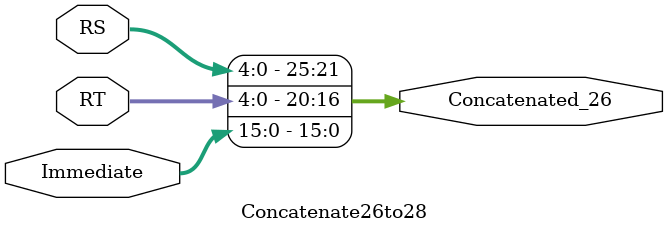
<source format=v>
module Concatenate26to28(
    input   wire   [4:0]    RS,
    input   wire   [4:0]    RT,
    input   wire   [15:0]   Immediate, 
    output  wire   [25:0]   Concatenated_26
);

    assign Concatenated_26 = {RS, RT, Immediate};

endmodule
</source>
